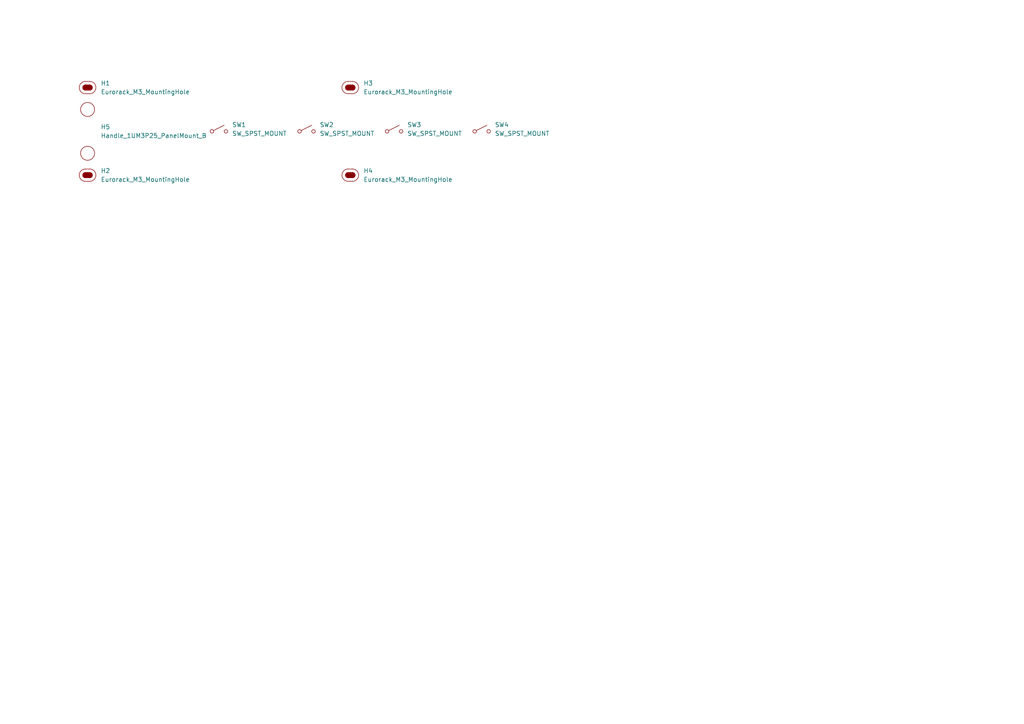
<source format=kicad_sch>
(kicad_sch (version 20250114) (generator "eeschema") (generator_version "9.0")
  (paper "A4")
  (lib_symbols
    (symbol "EXC:Eurorack_M3_MountingHole" (pin_names (offset 1.016))
      (property "Reference" "H" (at 0 5.08 0))
      (property "Value" "Eurorack_M3_MountingHole" (at 0 3.175 0))
      (symbol "Eurorack_M3_MountingHole_0_1"
        (polyline (pts (xy -0.635 0.762) (xy 0.635 0.762)))
        (circle (center -0.635 0) (radius 0.762) (fill (type outline)))
        (arc (start -0.635 -0.762) (mid -1.397 0) (end -0.635 0.762))
        (arc (start -0.635 -1.778) (mid -2.413 0) (end -0.635 1.778))
        (polyline (pts (xy -0.635 -0.762) (xy 0.635 -0.762)))
        (polyline (pts (xy -0.635 -1.778) (xy 0.635 -1.778)))
        (circle (center 0 0) (radius 0.762) (fill (type outline)))
        (polyline (pts (xy 0.635 1.778) (xy -0.635 1.778)))
        (arc (start 0.6141 1.778) (mid 2.4131 0) (end 0.6141 -1.778))
        (arc (start 0.6227 0.762) (mid 1.3971 0) (end 0.6227 -0.762))
        (circle (center 0.635 0) (radius 0.762) (fill (type outline)))
      )
    )
    (symbol "EXC:Handle_1UM3P25_B"
      (property "Reference" "H" (at 0 -6.35 0))
      (property "Value" "Handle_1UM3P25_PanelMount_B" (at 0.254 -17.018 0))
      (symbol "Handle_1UM3P25_B_0_1"
        (circle (center 0 0) (radius 2.032))
        (circle (center 0 -12.7) (radius 2.032))
      )
    )
    (symbol "EXC:SW_SPST-Cherry_Panel_Mount" (pin_names (offset 0) (hide yes))
      (property "Reference" "SW" (at 0 3.175 0))
      (property "Value" "SW_SPST_MOUNT" (at 0 -2.032 0))
      (symbol "SW_SPST-Cherry_Panel_Mount_0_0"
        (circle (center -2.032 0) (radius 0.508))
        (polyline (pts (xy -1.524 0.254) (xy 1.524 1.778)))
        (circle (center 2.032 0) (radius 0.508))
      )
    )
  )
  (symbol (lib_id "EXC:SW_SPST-Cherry_Panel_Mount") (at 88.9 38.1 0) (unit 1)
    (property "Reference" "SW2" (at 92.71 36.1949 0) (effects (justify left)))
    (property "Value" "SW_SPST_MOUNT" (at 92.71 38.7349 0) (effects (justify left)))
    (property "Footprint" "EXC:SW_Cherry_MX_1.00u_Mount" (effects (hide yes)))
    (property "Datasheet" "https://hirosarts.com/blog/keycap-dimensions-guide-for-beginners/" (effects (hide yes)))
    (property "Description" "Single Pole Single Throw (SPST) panel-mount switch" (effects (hide yes)))
    (property "Source" "https://www.adafruit.com/product/4954" (effects (hide yes)))
  )
  (symbol (lib_id "EXC:SW_SPST-Cherry_Panel_Mount") (at 114.3 38.1 0) (unit 1)
    (property "Reference" "SW3" (at 118.11 36.1949 0) (effects (justify left)))
    (property "Value" "SW_SPST_MOUNT" (at 118.11 38.7349 0) (effects (justify left)))
    (property "Footprint" "EXC:SW_Cherry_MX_1.00u_Mount" (effects (hide yes)))
    (property "Datasheet" "https://hirosarts.com/blog/keycap-dimensions-guide-for-beginners/" (effects (hide yes)))
    (property "Description" "Single Pole Single Throw (SPST) panel-mount switch" (effects (hide yes)))
    (property "Source" "https://www.adafruit.com/product/4954" (effects (hide yes)))
  )
  (symbol (lib_id "EXC:Eurorack_M3_MountingHole") (at 101.6 50.8 0) (unit 1)
    (property "Reference" "H4" (at 105.41 49.5299 0) (effects (justify left)))
    (property "Value" "Eurorack_M3_MountingHole" (at 105.41 52.0699 0) (effects (justify left)))
    (property "Footprint" "EXC:MountingHole_3.2mm_M3" (effects (hide yes)))
    (property "Description" "Mounting Hole without connection" (effects (hide yes)))
  )
  (symbol (lib_id "EXC:Eurorack_M3_MountingHole") (at 101.6 25.4 0) (unit 1)
    (property "Reference" "H3" (at 105.41 24.1299 0) (effects (justify left)))
    (property "Value" "Eurorack_M3_MountingHole" (at 105.41 26.6699 0) (effects (justify left)))
    (property "Footprint" "EXC:MountingHole_3.2mm_M3" (effects (hide yes)))
    (property "Description" "Mounting Hole without connection" (effects (hide yes)))
  )
  (symbol (lib_id "EXC:Handle_1UM3P25_B") (at 25.4 31.75 0) (unit 1)
    (property "Reference" "H5" (at 29.21 36.8299 0) (effects (justify left)))
    (property "Value" "Handle_1UM3P25_PanelMount_B" (at 29.21 39.3699 0) (effects (justify left)))
    (property "Footprint" "EXC:Handle_1UM3P25_B" (effects (hide yes)))
  )
  (symbol (lib_id "EXC:Eurorack_M3_MountingHole") (at 25.4 50.8 0) (unit 1)
    (property "Reference" "H2" (at 29.21 49.5299 0) (effects (justify left)))
    (property "Value" "Eurorack_M3_MountingHole" (at 29.21 52.0699 0) (effects (justify left)))
    (property "Footprint" "EXC:MountingHole_3.2mm_M3" (effects (hide yes)))
    (property "Description" "Mounting Hole without connection" (effects (hide yes)))
  )
  (symbol (lib_id "EXC:SW_SPST-Cherry_Panel_Mount") (at 63.5 38.1 0) (unit 1)
    (property "Reference" "SW1" (at 67.31 36.1949 0) (effects (justify left)))
    (property "Value" "SW_SPST_MOUNT" (at 67.31 38.7349 0) (effects (justify left)))
    (property "Footprint" "EXC:SW_Cherry_MX_1.00u_Mount" (effects (hide yes)))
    (property "Datasheet" "https://hirosarts.com/blog/keycap-dimensions-guide-for-beginners/" (effects (hide yes)))
    (property "Description" "Single Pole Single Throw (SPST) panel-mount switch" (effects (hide yes)))
    (property "Source" "https://www.adafruit.com/product/4954" (effects (hide yes)))
  )
  (symbol (lib_id "EXC:Eurorack_M3_MountingHole") (at 25.4 25.4 0) (unit 1)
    (property "Reference" "H1" (at 29.21 24.1299 0) (effects (justify left)))
    (property "Value" "Eurorack_M3_MountingHole" (at 29.21 26.6699 0) (effects (justify left)))
    (property "Footprint" "EXC:MountingHole_3.2mm_M3" (effects (hide yes)))
    (property "Description" "Mounting Hole without connection" (effects (hide yes)))
  )
  (symbol (lib_id "EXC:SW_SPST-Cherry_Panel_Mount") (at 139.7 38.1 0) (unit 1)
    (property "Reference" "SW4" (at 143.51 36.1949 0) (effects (justify left)))
    (property "Value" "SW_SPST_MOUNT" (at 143.51 38.7349 0) (effects (justify left)))
    (property "Footprint" "EXC:SW_Cherry_MX_1.00u_Mount" (effects (hide yes)))
    (property "Datasheet" "https://hirosarts.com/blog/keycap-dimensions-guide-for-beginners/" (effects (hide yes)))
    (property "Description" "Single Pole Single Throw (SPST) panel-mount switch" (effects (hide yes)))
    (property "Source" "https://www.adafruit.com/product/4954" (effects (hide yes)))
  )
)
</source>
